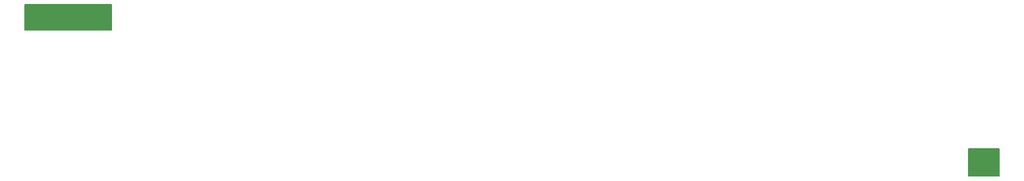
<source format=gbr>
%TF.GenerationSoftware,KiCad,Pcbnew,(6.0.1-0)*%
%TF.CreationDate,2022-02-11T13:50:10+01:00*%
%TF.ProjectId,Blokkendoos_binnenverlichting,426c6f6b-6b65-46e6-946f-6f735f62696e,rev?*%
%TF.SameCoordinates,Original*%
%TF.FileFunction,Legend,Bot*%
%TF.FilePolarity,Positive*%
%FSLAX46Y46*%
G04 Gerber Fmt 4.6, Leading zero omitted, Abs format (unit mm)*
G04 Created by KiCad (PCBNEW (6.0.1-0)) date 2022-02-11 13:50:10*
%MOMM*%
%LPD*%
G01*
G04 APERTURE LIST*
%ADD10C,0.150000*%
G04 APERTURE END LIST*
D10*
X76966000Y-114222000D02*
X89920000Y-114222000D01*
X89920000Y-114222000D02*
X89920000Y-118032000D01*
X89920000Y-118032000D02*
X76966000Y-118032000D01*
X76966000Y-118032000D02*
X76966000Y-114222000D01*
G36*
X76966000Y-114222000D02*
G01*
X89920000Y-114222000D01*
X89920000Y-118032000D01*
X76966000Y-118032000D01*
X76966000Y-114222000D01*
G37*
X218190000Y-135812000D02*
X222762000Y-135812000D01*
X222762000Y-135812000D02*
X222762000Y-139876000D01*
X222762000Y-139876000D02*
X218190000Y-139876000D01*
X218190000Y-139876000D02*
X218190000Y-135812000D01*
G36*
X218190000Y-135812000D02*
G01*
X222762000Y-135812000D01*
X222762000Y-139876000D01*
X218190000Y-139876000D01*
X218190000Y-135812000D01*
G37*
M02*

</source>
